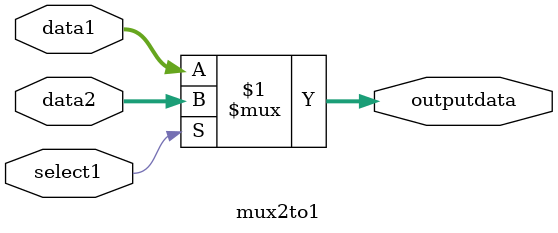
<source format=v>
module mux2to1 (
    input wire select1,     // Select signal
    input wire [31:0] data1,// 32-bit input data
	 input wire [31:0] data2,// 32-bit input data
    output wire [31:0] outputdata // 32-bit output
);

assign outputdata = (select1) ? data2 : data1;

endmodule
</source>
